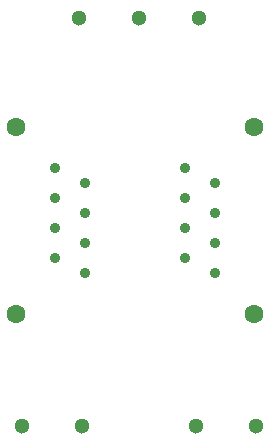
<source format=gbr>
%TF.GenerationSoftware,KiCad,Pcbnew,(6.0.5-0)*%
%TF.CreationDate,2024-08-31T21:20:14+10:00*%
%TF.ProjectId,AAInterceptor,4141496e-7465-4726-9365-70746f722e6b,rev?*%
%TF.SameCoordinates,Original*%
%TF.FileFunction,Plated,1,2,PTH,Drill*%
%TF.FilePolarity,Positive*%
%FSLAX46Y46*%
G04 Gerber Fmt 4.6, Leading zero omitted, Abs format (unit mm)*
G04 Created by KiCad (PCBNEW (6.0.5-0)) date 2024-08-31 21:20:14*
%MOMM*%
%LPD*%
G01*
G04 APERTURE LIST*
%TA.AperFunction,ComponentDrill*%
%ADD10C,0.900000*%
%TD*%
%TA.AperFunction,ComponentDrill*%
%ADD11C,1.300000*%
%TD*%
%TA.AperFunction,ComponentDrill*%
%ADD12C,1.600000*%
%TD*%
G04 APERTURE END LIST*
D10*
%TO.C,J1*%
X35306000Y-33528000D03*
X35306000Y-36068000D03*
X35306000Y-38608000D03*
X35306000Y-41148000D03*
X37846000Y-34798000D03*
X37846000Y-37338000D03*
X37846000Y-39878000D03*
X37846000Y-42418000D03*
%TO.C,J3*%
X46355000Y-33528000D03*
X46355000Y-36068000D03*
X46355000Y-38608000D03*
X46355000Y-41148000D03*
X48895000Y-34798000D03*
X48895000Y-37338000D03*
X48895000Y-39878000D03*
X48895000Y-42418000D03*
D11*
%TO.C,J5*%
X32512000Y-55372000D03*
%TO.C,J4*%
X37333000Y-20879000D03*
%TO.C,J5*%
X37592000Y-55372000D03*
%TO.C,J4*%
X42413000Y-20879000D03*
%TO.C,J2*%
X47244000Y-55372000D03*
%TO.C,J4*%
X47493000Y-20879000D03*
%TO.C,J2*%
X52324000Y-55372000D03*
D12*
%TO.C,J1*%
X32006000Y-30073000D03*
X32006000Y-45873000D03*
%TO.C,J3*%
X52195000Y-30073000D03*
X52195000Y-45873000D03*
M02*

</source>
